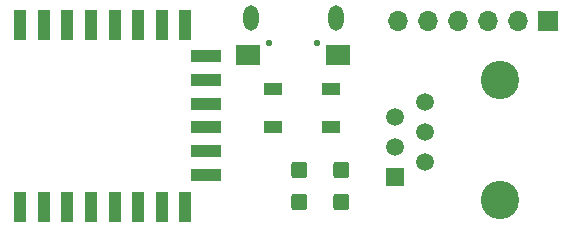
<source format=gbr>
%TF.GenerationSoftware,KiCad,Pcbnew,(5.1.9-0-10_14)*%
%TF.CreationDate,2021-03-01T21:27:09+01:00*%
%TF.ProjectId,P1_wifi,50315f77-6966-4692-9e6b-696361645f70,rev?*%
%TF.SameCoordinates,Original*%
%TF.FileFunction,Soldermask,Bot*%
%TF.FilePolarity,Negative*%
%FSLAX46Y46*%
G04 Gerber Fmt 4.6, Leading zero omitted, Abs format (unit mm)*
G04 Created by KiCad (PCBNEW (5.1.9-0-10_14)) date 2021-03-01 21:27:09*
%MOMM*%
%LPD*%
G01*
G04 APERTURE LIST*
%ADD10R,1.500000X1.000000*%
%ADD11R,1.100000X2.500000*%
%ADD12R,2.500000X1.100000*%
%ADD13O,1.700000X1.700000*%
%ADD14R,1.700000X1.700000*%
%ADD15C,0.550000*%
%ADD16O,1.300000X2.150000*%
%ADD17R,2.000000X1.800000*%
%ADD18R,1.520000X1.520000*%
%ADD19C,3.250000*%
%ADD20C,1.520000*%
G04 APERTURE END LIST*
D10*
%TO.C,D1*%
X30316000Y9068000D03*
X30316000Y12268000D03*
X35216000Y9068000D03*
X35216000Y12268000D03*
%TD*%
D11*
%TO.C,U1*%
X8890000Y17718000D03*
X10890000Y17718000D03*
X12890000Y17718000D03*
X14890000Y17718000D03*
X16890000Y17718000D03*
X18890000Y17718000D03*
X20890000Y17718000D03*
X22890000Y17718000D03*
X22890000Y2318000D03*
X20890000Y2318000D03*
X18890000Y2318000D03*
X16890000Y2318000D03*
X14890000Y2318000D03*
X12890000Y2318000D03*
X10890000Y2318000D03*
X8890000Y2318000D03*
D12*
X24590000Y15028000D03*
X24590000Y13028000D03*
X24590000Y11028000D03*
X24590000Y9028000D03*
X24590000Y7028000D03*
X24590000Y5028000D03*
%TD*%
D13*
%TO.C,J3*%
X40894000Y18034000D03*
X43434000Y18034000D03*
X45974000Y18034000D03*
X48514000Y18034000D03*
X51054000Y18034000D03*
D14*
X53594000Y18034000D03*
%TD*%
D15*
%TO.C,J2*%
X30004000Y16138000D03*
X34004000Y16138000D03*
D16*
X28404000Y18288000D03*
D17*
X28204000Y15128000D03*
D16*
X35604000Y18288000D03*
D17*
X35804000Y15128000D03*
%TD*%
D18*
%TO.C,J1*%
X40640000Y4826000D03*
D19*
X49530000Y2916000D03*
D20*
X43180000Y6096000D03*
X40640000Y7366000D03*
X43180000Y8636000D03*
X40640000Y9906000D03*
X43180000Y11176000D03*
D19*
X49530000Y13076000D03*
%TD*%
%TO.C,10uF2*%
G36*
G01*
X32086999Y3414000D02*
X32937001Y3414000D01*
G75*
G02*
X33187000Y3164001I0J-249999D01*
G01*
X33187000Y2263999D01*
G75*
G02*
X32937001Y2014000I-249999J0D01*
G01*
X32086999Y2014000D01*
G75*
G02*
X31837000Y2263999I0J249999D01*
G01*
X31837000Y3164001D01*
G75*
G02*
X32086999Y3414000I249999J0D01*
G01*
G37*
G36*
G01*
X32086999Y6114000D02*
X32937001Y6114000D01*
G75*
G02*
X33187000Y5864001I0J-249999D01*
G01*
X33187000Y4963999D01*
G75*
G02*
X32937001Y4714000I-249999J0D01*
G01*
X32086999Y4714000D01*
G75*
G02*
X31837000Y4963999I0J249999D01*
G01*
X31837000Y5864001D01*
G75*
G02*
X32086999Y6114000I249999J0D01*
G01*
G37*
%TD*%
%TO.C,10uF1*%
G36*
G01*
X35642999Y3414000D02*
X36493001Y3414000D01*
G75*
G02*
X36743000Y3164001I0J-249999D01*
G01*
X36743000Y2263999D01*
G75*
G02*
X36493001Y2014000I-249999J0D01*
G01*
X35642999Y2014000D01*
G75*
G02*
X35393000Y2263999I0J249999D01*
G01*
X35393000Y3164001D01*
G75*
G02*
X35642999Y3414000I249999J0D01*
G01*
G37*
G36*
G01*
X35642999Y6114000D02*
X36493001Y6114000D01*
G75*
G02*
X36743000Y5864001I0J-249999D01*
G01*
X36743000Y4963999D01*
G75*
G02*
X36493001Y4714000I-249999J0D01*
G01*
X35642999Y4714000D01*
G75*
G02*
X35393000Y4963999I0J249999D01*
G01*
X35393000Y5864001D01*
G75*
G02*
X35642999Y6114000I249999J0D01*
G01*
G37*
%TD*%
M02*

</source>
